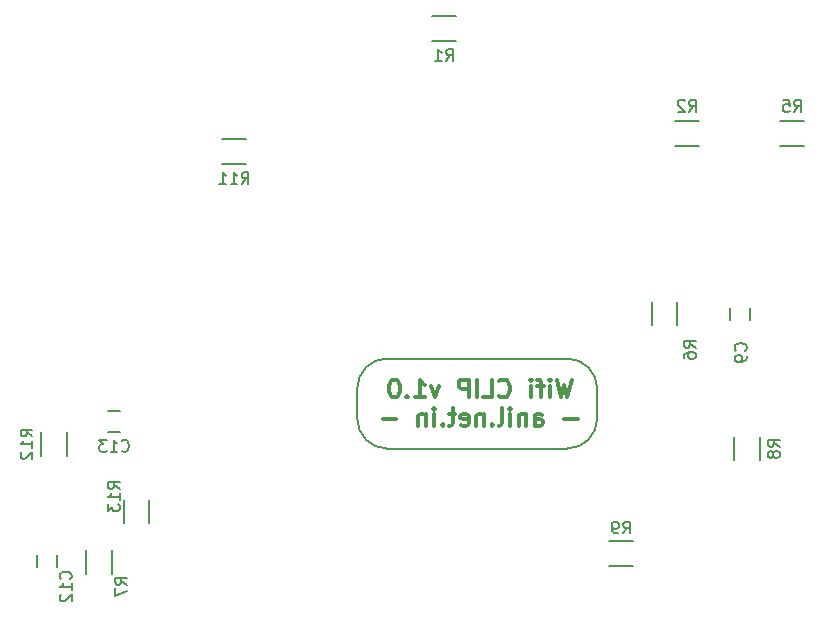
<source format=gbo>
G04 #@! TF.FileFunction,Legend,Bot*
%FSLAX46Y46*%
G04 Gerber Fmt 4.6, Leading zero omitted, Abs format (unit mm)*
G04 Created by KiCad (PCBNEW 4.0.2+dfsg1-stable) date Sat Feb 27 20:39:48 2016*
%MOMM*%
G01*
G04 APERTURE LIST*
%ADD10C,0.150000*%
%ADD11C,0.200000*%
%ADD12C,0.300000*%
%ADD13R,1.700000X2.000000*%
%ADD14R,2.500000X1.100000*%
%ADD15O,2.500000X1.100000*%
%ADD16R,1.727200X2.032000*%
%ADD17O,1.727200X2.032000*%
%ADD18C,1.699260*%
%ADD19R,1.699260X1.699260*%
%ADD20R,1.400000X1.400000*%
%ADD21C,1.400000*%
%ADD22R,2.000000X1.700000*%
%ADD23R,1.500000X1.250000*%
%ADD24R,1.250000X1.500000*%
%ADD25C,1.501140*%
%ADD26O,1.600000X1.600000*%
%ADD27C,1.397000*%
%ADD28C,2.499360*%
%ADD29C,1.998980*%
%ADD30R,1.998980X1.998980*%
%ADD31R,1.727200X1.727200*%
%ADD32O,1.727200X1.727200*%
%ADD33C,1.524000*%
%ADD34C,1.250000*%
%ADD35C,1.550000*%
%ADD36C,2.000000*%
G04 APERTURE END LIST*
D10*
D11*
X198120000Y-153670000D02*
X198120000Y-151130000D01*
X215900000Y-156210000D02*
X200660000Y-156210000D01*
X218440000Y-151130000D02*
X218440000Y-153670000D01*
X200660000Y-148590000D02*
X215900000Y-148590000D01*
X198120000Y-153670000D02*
G75*
G03X200660000Y-156210000I2540000J0D01*
G01*
X215900000Y-156210000D02*
G75*
G03X218440000Y-153670000I0J2540000D01*
G01*
X218440000Y-151130000D02*
G75*
G03X215900000Y-148590000I-2540000J0D01*
G01*
X200660000Y-148590000D02*
G75*
G03X198120000Y-151130000I0J-2540000D01*
G01*
D12*
X216284000Y-150378571D02*
X215926857Y-151878571D01*
X215641143Y-150807143D01*
X215355429Y-151878571D01*
X214998286Y-150378571D01*
X214426857Y-151878571D02*
X214426857Y-150878571D01*
X214426857Y-150378571D02*
X214498286Y-150450000D01*
X214426857Y-150521429D01*
X214355429Y-150450000D01*
X214426857Y-150378571D01*
X214426857Y-150521429D01*
X213926857Y-150878571D02*
X213355428Y-150878571D01*
X213712571Y-151878571D02*
X213712571Y-150592857D01*
X213641143Y-150450000D01*
X213498285Y-150378571D01*
X213355428Y-150378571D01*
X212855428Y-151878571D02*
X212855428Y-150878571D01*
X212855428Y-150378571D02*
X212926857Y-150450000D01*
X212855428Y-150521429D01*
X212784000Y-150450000D01*
X212855428Y-150378571D01*
X212855428Y-150521429D01*
X210141142Y-151735714D02*
X210212571Y-151807143D01*
X210426857Y-151878571D01*
X210569714Y-151878571D01*
X210783999Y-151807143D01*
X210926857Y-151664286D01*
X210998285Y-151521429D01*
X211069714Y-151235714D01*
X211069714Y-151021429D01*
X210998285Y-150735714D01*
X210926857Y-150592857D01*
X210783999Y-150450000D01*
X210569714Y-150378571D01*
X210426857Y-150378571D01*
X210212571Y-150450000D01*
X210141142Y-150521429D01*
X208783999Y-151878571D02*
X209498285Y-151878571D01*
X209498285Y-150378571D01*
X208283999Y-151878571D02*
X208283999Y-150378571D01*
X207569713Y-151878571D02*
X207569713Y-150378571D01*
X206998285Y-150378571D01*
X206855427Y-150450000D01*
X206783999Y-150521429D01*
X206712570Y-150664286D01*
X206712570Y-150878571D01*
X206783999Y-151021429D01*
X206855427Y-151092857D01*
X206998285Y-151164286D01*
X207569713Y-151164286D01*
X205069713Y-150878571D02*
X204712570Y-151878571D01*
X204355428Y-150878571D01*
X202998285Y-151878571D02*
X203855428Y-151878571D01*
X203426856Y-151878571D02*
X203426856Y-150378571D01*
X203569713Y-150592857D01*
X203712571Y-150735714D01*
X203855428Y-150807143D01*
X202355428Y-151735714D02*
X202284000Y-151807143D01*
X202355428Y-151878571D01*
X202426857Y-151807143D01*
X202355428Y-151735714D01*
X202355428Y-151878571D01*
X201355428Y-150378571D02*
X201212571Y-150378571D01*
X201069714Y-150450000D01*
X200998285Y-150521429D01*
X200926856Y-150664286D01*
X200855428Y-150950000D01*
X200855428Y-151307143D01*
X200926856Y-151592857D01*
X200998285Y-151735714D01*
X201069714Y-151807143D01*
X201212571Y-151878571D01*
X201355428Y-151878571D01*
X201498285Y-151807143D01*
X201569714Y-151735714D01*
X201641142Y-151592857D01*
X201712571Y-151307143D01*
X201712571Y-150950000D01*
X201641142Y-150664286D01*
X201569714Y-150521429D01*
X201498285Y-150450000D01*
X201355428Y-150378571D01*
X216784000Y-153707143D02*
X215641143Y-153707143D01*
X213141143Y-154278571D02*
X213141143Y-153492857D01*
X213212572Y-153350000D01*
X213355429Y-153278571D01*
X213641143Y-153278571D01*
X213784000Y-153350000D01*
X213141143Y-154207143D02*
X213284000Y-154278571D01*
X213641143Y-154278571D01*
X213784000Y-154207143D01*
X213855429Y-154064286D01*
X213855429Y-153921429D01*
X213784000Y-153778571D01*
X213641143Y-153707143D01*
X213284000Y-153707143D01*
X213141143Y-153635714D01*
X212426857Y-153278571D02*
X212426857Y-154278571D01*
X212426857Y-153421429D02*
X212355429Y-153350000D01*
X212212571Y-153278571D01*
X211998286Y-153278571D01*
X211855429Y-153350000D01*
X211784000Y-153492857D01*
X211784000Y-154278571D01*
X211069714Y-154278571D02*
X211069714Y-153278571D01*
X211069714Y-152778571D02*
X211141143Y-152850000D01*
X211069714Y-152921429D01*
X210998286Y-152850000D01*
X211069714Y-152778571D01*
X211069714Y-152921429D01*
X210141142Y-154278571D02*
X210284000Y-154207143D01*
X210355428Y-154064286D01*
X210355428Y-152778571D01*
X209569714Y-154135714D02*
X209498286Y-154207143D01*
X209569714Y-154278571D01*
X209641143Y-154207143D01*
X209569714Y-154135714D01*
X209569714Y-154278571D01*
X208855428Y-153278571D02*
X208855428Y-154278571D01*
X208855428Y-153421429D02*
X208784000Y-153350000D01*
X208641142Y-153278571D01*
X208426857Y-153278571D01*
X208284000Y-153350000D01*
X208212571Y-153492857D01*
X208212571Y-154278571D01*
X206926857Y-154207143D02*
X207069714Y-154278571D01*
X207355428Y-154278571D01*
X207498285Y-154207143D01*
X207569714Y-154064286D01*
X207569714Y-153492857D01*
X207498285Y-153350000D01*
X207355428Y-153278571D01*
X207069714Y-153278571D01*
X206926857Y-153350000D01*
X206855428Y-153492857D01*
X206855428Y-153635714D01*
X207569714Y-153778571D01*
X206426857Y-153278571D02*
X205855428Y-153278571D01*
X206212571Y-152778571D02*
X206212571Y-154064286D01*
X206141143Y-154207143D01*
X205998285Y-154278571D01*
X205855428Y-154278571D01*
X205355428Y-154135714D02*
X205284000Y-154207143D01*
X205355428Y-154278571D01*
X205426857Y-154207143D01*
X205355428Y-154135714D01*
X205355428Y-154278571D01*
X204641142Y-154278571D02*
X204641142Y-153278571D01*
X204641142Y-152778571D02*
X204712571Y-152850000D01*
X204641142Y-152921429D01*
X204569714Y-152850000D01*
X204641142Y-152778571D01*
X204641142Y-152921429D01*
X203926856Y-153278571D02*
X203926856Y-154278571D01*
X203926856Y-153421429D02*
X203855428Y-153350000D01*
X203712570Y-153278571D01*
X203498285Y-153278571D01*
X203355428Y-153350000D01*
X203283999Y-153492857D01*
X203283999Y-154278571D01*
X201426856Y-153707143D02*
X200283999Y-153707143D01*
D10*
X180526000Y-162544000D02*
X180526000Y-160544000D01*
X178376000Y-160544000D02*
X178376000Y-162544000D01*
X225060000Y-130615000D02*
X227060000Y-130615000D01*
X227060000Y-128465000D02*
X225060000Y-128465000D01*
X219472000Y-166175000D02*
X221472000Y-166175000D01*
X221472000Y-164025000D02*
X219472000Y-164025000D01*
X230065000Y-155210000D02*
X230065000Y-157210000D01*
X232215000Y-157210000D02*
X232215000Y-155210000D01*
X177351000Y-166830000D02*
X177351000Y-164830000D01*
X175201000Y-164830000D02*
X175201000Y-166830000D01*
X223080000Y-143780000D02*
X223080000Y-145780000D01*
X225230000Y-145780000D02*
X225230000Y-143780000D01*
X233950000Y-130615000D02*
X235950000Y-130615000D01*
X235950000Y-128465000D02*
X233950000Y-128465000D01*
X178046000Y-154774000D02*
X177046000Y-154774000D01*
X177046000Y-153074000D02*
X178046000Y-153074000D01*
X172681000Y-165215000D02*
X172681000Y-166215000D01*
X170981000Y-166215000D02*
X170981000Y-165215000D01*
X229655000Y-145300000D02*
X229655000Y-144300000D01*
X231355000Y-144300000D02*
X231355000Y-145300000D01*
X206486000Y-119575000D02*
X204486000Y-119575000D01*
X204486000Y-121725000D02*
X206486000Y-121725000D01*
X188706000Y-129989000D02*
X186706000Y-129989000D01*
X186706000Y-132139000D02*
X188706000Y-132139000D01*
X173541000Y-156829000D02*
X173541000Y-154829000D01*
X171391000Y-154829000D02*
X171391000Y-156829000D01*
X177998381Y-159631143D02*
X177522190Y-159297809D01*
X177998381Y-159059714D02*
X176998381Y-159059714D01*
X176998381Y-159440667D01*
X177046000Y-159535905D01*
X177093619Y-159583524D01*
X177188857Y-159631143D01*
X177331714Y-159631143D01*
X177426952Y-159583524D01*
X177474571Y-159535905D01*
X177522190Y-159440667D01*
X177522190Y-159059714D01*
X177998381Y-160583524D02*
X177998381Y-160012095D01*
X177998381Y-160297809D02*
X176998381Y-160297809D01*
X177141238Y-160202571D01*
X177236476Y-160107333D01*
X177284095Y-160012095D01*
X176998381Y-160916857D02*
X176998381Y-161535905D01*
X177379333Y-161202571D01*
X177379333Y-161345429D01*
X177426952Y-161440667D01*
X177474571Y-161488286D01*
X177569810Y-161535905D01*
X177807905Y-161535905D01*
X177903143Y-161488286D01*
X177950762Y-161440667D01*
X177998381Y-161345429D01*
X177998381Y-161059714D01*
X177950762Y-160964476D01*
X177903143Y-160916857D01*
X226226666Y-127692381D02*
X226560000Y-127216190D01*
X226798095Y-127692381D02*
X226798095Y-126692381D01*
X226417142Y-126692381D01*
X226321904Y-126740000D01*
X226274285Y-126787619D01*
X226226666Y-126882857D01*
X226226666Y-127025714D01*
X226274285Y-127120952D01*
X226321904Y-127168571D01*
X226417142Y-127216190D01*
X226798095Y-127216190D01*
X225845714Y-126787619D02*
X225798095Y-126740000D01*
X225702857Y-126692381D01*
X225464761Y-126692381D01*
X225369523Y-126740000D01*
X225321904Y-126787619D01*
X225274285Y-126882857D01*
X225274285Y-126978095D01*
X225321904Y-127120952D01*
X225893333Y-127692381D01*
X225274285Y-127692381D01*
X220638666Y-163393381D02*
X220972000Y-162917190D01*
X221210095Y-163393381D02*
X221210095Y-162393381D01*
X220829142Y-162393381D01*
X220733904Y-162441000D01*
X220686285Y-162488619D01*
X220638666Y-162583857D01*
X220638666Y-162726714D01*
X220686285Y-162821952D01*
X220733904Y-162869571D01*
X220829142Y-162917190D01*
X221210095Y-162917190D01*
X220162476Y-163393381D02*
X219972000Y-163393381D01*
X219876761Y-163345762D01*
X219829142Y-163298143D01*
X219733904Y-163155286D01*
X219686285Y-162964810D01*
X219686285Y-162583857D01*
X219733904Y-162488619D01*
X219781523Y-162441000D01*
X219876761Y-162393381D01*
X220067238Y-162393381D01*
X220162476Y-162441000D01*
X220210095Y-162488619D01*
X220257714Y-162583857D01*
X220257714Y-162821952D01*
X220210095Y-162917190D01*
X220162476Y-162964810D01*
X220067238Y-163012429D01*
X219876761Y-163012429D01*
X219781523Y-162964810D01*
X219733904Y-162917190D01*
X219686285Y-162821952D01*
X233892381Y-156043334D02*
X233416190Y-155710000D01*
X233892381Y-155471905D02*
X232892381Y-155471905D01*
X232892381Y-155852858D01*
X232940000Y-155948096D01*
X232987619Y-155995715D01*
X233082857Y-156043334D01*
X233225714Y-156043334D01*
X233320952Y-155995715D01*
X233368571Y-155948096D01*
X233416190Y-155852858D01*
X233416190Y-155471905D01*
X233320952Y-156614762D02*
X233273333Y-156519524D01*
X233225714Y-156471905D01*
X233130476Y-156424286D01*
X233082857Y-156424286D01*
X232987619Y-156471905D01*
X232940000Y-156519524D01*
X232892381Y-156614762D01*
X232892381Y-156805239D01*
X232940000Y-156900477D01*
X232987619Y-156948096D01*
X233082857Y-156995715D01*
X233130476Y-156995715D01*
X233225714Y-156948096D01*
X233273333Y-156900477D01*
X233320952Y-156805239D01*
X233320952Y-156614762D01*
X233368571Y-156519524D01*
X233416190Y-156471905D01*
X233511429Y-156424286D01*
X233701905Y-156424286D01*
X233797143Y-156471905D01*
X233844762Y-156519524D01*
X233892381Y-156614762D01*
X233892381Y-156805239D01*
X233844762Y-156900477D01*
X233797143Y-156948096D01*
X233701905Y-156995715D01*
X233511429Y-156995715D01*
X233416190Y-156948096D01*
X233368571Y-156900477D01*
X233320952Y-156805239D01*
X178633381Y-167727334D02*
X178157190Y-167394000D01*
X178633381Y-167155905D02*
X177633381Y-167155905D01*
X177633381Y-167536858D01*
X177681000Y-167632096D01*
X177728619Y-167679715D01*
X177823857Y-167727334D01*
X177966714Y-167727334D01*
X178061952Y-167679715D01*
X178109571Y-167632096D01*
X178157190Y-167536858D01*
X178157190Y-167155905D01*
X177633381Y-168060667D02*
X177633381Y-168727334D01*
X178633381Y-168298762D01*
X226766381Y-147661334D02*
X226290190Y-147328000D01*
X226766381Y-147089905D02*
X225766381Y-147089905D01*
X225766381Y-147470858D01*
X225814000Y-147566096D01*
X225861619Y-147613715D01*
X225956857Y-147661334D01*
X226099714Y-147661334D01*
X226194952Y-147613715D01*
X226242571Y-147566096D01*
X226290190Y-147470858D01*
X226290190Y-147089905D01*
X225766381Y-148518477D02*
X225766381Y-148328000D01*
X225814000Y-148232762D01*
X225861619Y-148185143D01*
X226004476Y-148089905D01*
X226194952Y-148042286D01*
X226575905Y-148042286D01*
X226671143Y-148089905D01*
X226718762Y-148137524D01*
X226766381Y-148232762D01*
X226766381Y-148423239D01*
X226718762Y-148518477D01*
X226671143Y-148566096D01*
X226575905Y-148613715D01*
X226337810Y-148613715D01*
X226242571Y-148566096D01*
X226194952Y-148518477D01*
X226147333Y-148423239D01*
X226147333Y-148232762D01*
X226194952Y-148137524D01*
X226242571Y-148089905D01*
X226337810Y-148042286D01*
X235116666Y-127692381D02*
X235450000Y-127216190D01*
X235688095Y-127692381D02*
X235688095Y-126692381D01*
X235307142Y-126692381D01*
X235211904Y-126740000D01*
X235164285Y-126787619D01*
X235116666Y-126882857D01*
X235116666Y-127025714D01*
X235164285Y-127120952D01*
X235211904Y-127168571D01*
X235307142Y-127216190D01*
X235688095Y-127216190D01*
X234211904Y-126692381D02*
X234688095Y-126692381D01*
X234735714Y-127168571D01*
X234688095Y-127120952D01*
X234592857Y-127073333D01*
X234354761Y-127073333D01*
X234259523Y-127120952D01*
X234211904Y-127168571D01*
X234164285Y-127263810D01*
X234164285Y-127501905D01*
X234211904Y-127597143D01*
X234259523Y-127644762D01*
X234354761Y-127692381D01*
X234592857Y-127692381D01*
X234688095Y-127644762D01*
X234735714Y-127597143D01*
X178188857Y-156381143D02*
X178236476Y-156428762D01*
X178379333Y-156476381D01*
X178474571Y-156476381D01*
X178617429Y-156428762D01*
X178712667Y-156333524D01*
X178760286Y-156238286D01*
X178807905Y-156047810D01*
X178807905Y-155904952D01*
X178760286Y-155714476D01*
X178712667Y-155619238D01*
X178617429Y-155524000D01*
X178474571Y-155476381D01*
X178379333Y-155476381D01*
X178236476Y-155524000D01*
X178188857Y-155571619D01*
X177236476Y-156476381D02*
X177807905Y-156476381D01*
X177522191Y-156476381D02*
X177522191Y-155476381D01*
X177617429Y-155619238D01*
X177712667Y-155714476D01*
X177807905Y-155762095D01*
X176903143Y-155476381D02*
X176284095Y-155476381D01*
X176617429Y-155857333D01*
X176474571Y-155857333D01*
X176379333Y-155904952D01*
X176331714Y-155952571D01*
X176284095Y-156047810D01*
X176284095Y-156285905D01*
X176331714Y-156381143D01*
X176379333Y-156428762D01*
X176474571Y-156476381D01*
X176760286Y-156476381D01*
X176855524Y-156428762D01*
X176903143Y-156381143D01*
X173839143Y-167251143D02*
X173886762Y-167203524D01*
X173934381Y-167060667D01*
X173934381Y-166965429D01*
X173886762Y-166822571D01*
X173791524Y-166727333D01*
X173696286Y-166679714D01*
X173505810Y-166632095D01*
X173362952Y-166632095D01*
X173172476Y-166679714D01*
X173077238Y-166727333D01*
X172982000Y-166822571D01*
X172934381Y-166965429D01*
X172934381Y-167060667D01*
X172982000Y-167203524D01*
X173029619Y-167251143D01*
X173934381Y-168203524D02*
X173934381Y-167632095D01*
X173934381Y-167917809D02*
X172934381Y-167917809D01*
X173077238Y-167822571D01*
X173172476Y-167727333D01*
X173220095Y-167632095D01*
X173029619Y-168584476D02*
X172982000Y-168632095D01*
X172934381Y-168727333D01*
X172934381Y-168965429D01*
X172982000Y-169060667D01*
X173029619Y-169108286D01*
X173124857Y-169155905D01*
X173220095Y-169155905D01*
X173362952Y-169108286D01*
X173934381Y-168536857D01*
X173934381Y-169155905D01*
X230989143Y-147915334D02*
X231036762Y-147867715D01*
X231084381Y-147724858D01*
X231084381Y-147629620D01*
X231036762Y-147486762D01*
X230941524Y-147391524D01*
X230846286Y-147343905D01*
X230655810Y-147296286D01*
X230512952Y-147296286D01*
X230322476Y-147343905D01*
X230227238Y-147391524D01*
X230132000Y-147486762D01*
X230084381Y-147629620D01*
X230084381Y-147724858D01*
X230132000Y-147867715D01*
X230179619Y-147915334D01*
X231084381Y-148391524D02*
X231084381Y-148582000D01*
X231036762Y-148677239D01*
X230989143Y-148724858D01*
X230846286Y-148820096D01*
X230655810Y-148867715D01*
X230274857Y-148867715D01*
X230179619Y-148820096D01*
X230132000Y-148772477D01*
X230084381Y-148677239D01*
X230084381Y-148486762D01*
X230132000Y-148391524D01*
X230179619Y-148343905D01*
X230274857Y-148296286D01*
X230512952Y-148296286D01*
X230608190Y-148343905D01*
X230655810Y-148391524D01*
X230703429Y-148486762D01*
X230703429Y-148677239D01*
X230655810Y-148772477D01*
X230608190Y-148820096D01*
X230512952Y-148867715D01*
X205652666Y-123402381D02*
X205986000Y-122926190D01*
X206224095Y-123402381D02*
X206224095Y-122402381D01*
X205843142Y-122402381D01*
X205747904Y-122450000D01*
X205700285Y-122497619D01*
X205652666Y-122592857D01*
X205652666Y-122735714D01*
X205700285Y-122830952D01*
X205747904Y-122878571D01*
X205843142Y-122926190D01*
X206224095Y-122926190D01*
X204700285Y-123402381D02*
X205271714Y-123402381D01*
X204986000Y-123402381D02*
X204986000Y-122402381D01*
X205081238Y-122545238D01*
X205176476Y-122640476D01*
X205271714Y-122688095D01*
X188348857Y-133816381D02*
X188682191Y-133340190D01*
X188920286Y-133816381D02*
X188920286Y-132816381D01*
X188539333Y-132816381D01*
X188444095Y-132864000D01*
X188396476Y-132911619D01*
X188348857Y-133006857D01*
X188348857Y-133149714D01*
X188396476Y-133244952D01*
X188444095Y-133292571D01*
X188539333Y-133340190D01*
X188920286Y-133340190D01*
X187396476Y-133816381D02*
X187967905Y-133816381D01*
X187682191Y-133816381D02*
X187682191Y-132816381D01*
X187777429Y-132959238D01*
X187872667Y-133054476D01*
X187967905Y-133102095D01*
X186444095Y-133816381D02*
X187015524Y-133816381D01*
X186729810Y-133816381D02*
X186729810Y-132816381D01*
X186825048Y-132959238D01*
X186920286Y-133054476D01*
X187015524Y-133102095D01*
X170618381Y-155186143D02*
X170142190Y-154852809D01*
X170618381Y-154614714D02*
X169618381Y-154614714D01*
X169618381Y-154995667D01*
X169666000Y-155090905D01*
X169713619Y-155138524D01*
X169808857Y-155186143D01*
X169951714Y-155186143D01*
X170046952Y-155138524D01*
X170094571Y-155090905D01*
X170142190Y-154995667D01*
X170142190Y-154614714D01*
X170618381Y-156138524D02*
X170618381Y-155567095D01*
X170618381Y-155852809D02*
X169618381Y-155852809D01*
X169761238Y-155757571D01*
X169856476Y-155662333D01*
X169904095Y-155567095D01*
X169713619Y-156519476D02*
X169666000Y-156567095D01*
X169618381Y-156662333D01*
X169618381Y-156900429D01*
X169666000Y-156995667D01*
X169713619Y-157043286D01*
X169808857Y-157090905D01*
X169904095Y-157090905D01*
X170046952Y-157043286D01*
X170618381Y-156471857D01*
X170618381Y-157090905D01*
%LPC*%
D13*
X179451000Y-159544000D03*
X179451000Y-163544000D03*
D14*
X182975000Y-167670000D03*
D15*
X182975000Y-165670000D03*
X182975000Y-163670000D03*
X182975000Y-161670000D03*
X182975000Y-159670000D03*
X182975000Y-157670000D03*
X182975000Y-155670000D03*
X182975000Y-153670000D03*
X167575000Y-153670000D03*
X167675000Y-155670000D03*
X167575000Y-157670000D03*
X167575000Y-159670000D03*
X167575000Y-161670000D03*
X167575000Y-163670000D03*
X167575000Y-165670000D03*
X167575000Y-167670000D03*
D16*
X209042000Y-168910000D03*
D17*
X211582000Y-168910000D03*
X214122000Y-168910000D03*
D18*
X216408000Y-116078000D03*
D19*
X216408000Y-126238000D03*
D20*
X198882000Y-144780000D03*
D21*
X198882000Y-139780000D03*
D20*
X204470000Y-139780000D03*
D21*
X204470000Y-144780000D03*
D22*
X228060000Y-129540000D03*
X224060000Y-129540000D03*
X222472000Y-165100000D03*
X218472000Y-165100000D03*
D13*
X231140000Y-158210000D03*
X231140000Y-154210000D03*
X176276000Y-163830000D03*
X176276000Y-167830000D03*
X224155000Y-146780000D03*
X224155000Y-142780000D03*
D22*
X236950000Y-129540000D03*
X232950000Y-129540000D03*
D23*
X176296000Y-153924000D03*
X178796000Y-153924000D03*
D24*
X171831000Y-166965000D03*
X171831000Y-164465000D03*
X230505000Y-143550000D03*
X230505000Y-146050000D03*
D25*
X223520000Y-161190940D03*
X223520000Y-156309060D03*
X234315000Y-144045940D03*
X234315000Y-139164060D03*
D26*
X233045000Y-125730000D03*
X230505000Y-125730000D03*
X227965000Y-125730000D03*
X225425000Y-125730000D03*
X225425000Y-133350000D03*
X227965000Y-133350000D03*
X230505000Y-133350000D03*
X233045000Y-133350000D03*
D27*
X194310000Y-154940000D03*
X194310000Y-160020000D03*
X186690000Y-154940000D03*
X186690000Y-160020000D03*
X240030000Y-163830000D03*
X245110000Y-163830000D03*
X240030000Y-171450000D03*
X245110000Y-171450000D03*
X194310000Y-165608000D03*
X194310000Y-170688000D03*
X186690000Y-165608000D03*
X186690000Y-170688000D03*
D28*
X226654360Y-118704360D03*
X221615000Y-121203720D03*
X221615000Y-116205000D03*
D26*
X227965000Y-153670000D03*
X227965000Y-156210000D03*
X227965000Y-158750000D03*
X227965000Y-161290000D03*
X227965000Y-163830000D03*
X227965000Y-166370000D03*
X227965000Y-168910000D03*
X235585000Y-168910000D03*
X235585000Y-166370000D03*
X235585000Y-163830000D03*
X235585000Y-161290000D03*
X235585000Y-158750000D03*
X235585000Y-156210000D03*
X235585000Y-153670000D03*
X220345000Y-138430000D03*
X220345000Y-140970000D03*
X220345000Y-143510000D03*
X220345000Y-146050000D03*
X227965000Y-146050000D03*
X227965000Y-143510000D03*
X227965000Y-140970000D03*
X227965000Y-138430000D03*
X238125000Y-114300000D03*
X235585000Y-114300000D03*
X233045000Y-114300000D03*
X233045000Y-121920000D03*
X235585000Y-121920000D03*
X238125000Y-121920000D03*
D29*
X200025000Y-161292540D03*
D30*
X210185000Y-161292540D03*
D29*
X212725000Y-134620000D03*
D30*
X202565000Y-134620000D03*
D29*
X212725000Y-130794760D03*
D30*
X202565000Y-130794760D03*
D29*
X208031080Y-126238000D03*
D30*
X208031080Y-116078000D03*
D29*
X212344000Y-116078000D03*
D30*
X212344000Y-126238000D03*
D31*
X240030000Y-160020000D03*
D32*
X240030000Y-157480000D03*
X242570000Y-160020000D03*
X242570000Y-157480000D03*
X245110000Y-160020000D03*
X245110000Y-157480000D03*
D20*
X180340000Y-130810000D03*
D21*
X195340000Y-130810000D03*
D20*
X182880000Y-123190000D03*
D21*
X190630000Y-123190000D03*
D20*
X182880000Y-116840000D03*
D21*
X190630000Y-116840000D03*
D33*
X201930000Y-123190000D03*
X196850000Y-123190000D03*
X196850000Y-118110000D03*
X201930000Y-118110000D03*
D22*
X203486000Y-120650000D03*
X207486000Y-120650000D03*
D33*
X192087500Y-146685000D03*
X192087500Y-143192500D03*
X192087500Y-139700000D03*
X181292500Y-139700000D03*
X181292500Y-146685000D03*
D34*
X244817460Y-122896900D03*
X244817460Y-117896900D03*
D35*
X247517460Y-123896900D03*
X247517460Y-116896900D03*
D33*
X173750000Y-122170000D03*
X173750000Y-120130000D03*
X171210000Y-121150000D03*
X171210000Y-123190000D03*
D36*
X168910000Y-127660000D03*
X168910000Y-115660000D03*
D33*
X173750000Y-139290000D03*
X173750000Y-137250000D03*
X171210000Y-138270000D03*
X171210000Y-140310000D03*
D36*
X168910000Y-144780000D03*
X168910000Y-132780000D03*
D22*
X185706000Y-131064000D03*
X189706000Y-131064000D03*
D13*
X172466000Y-153829000D03*
X172466000Y-157829000D03*
D16*
X198882000Y-168910000D03*
D17*
X201422000Y-168910000D03*
X203962000Y-168910000D03*
M02*

</source>
